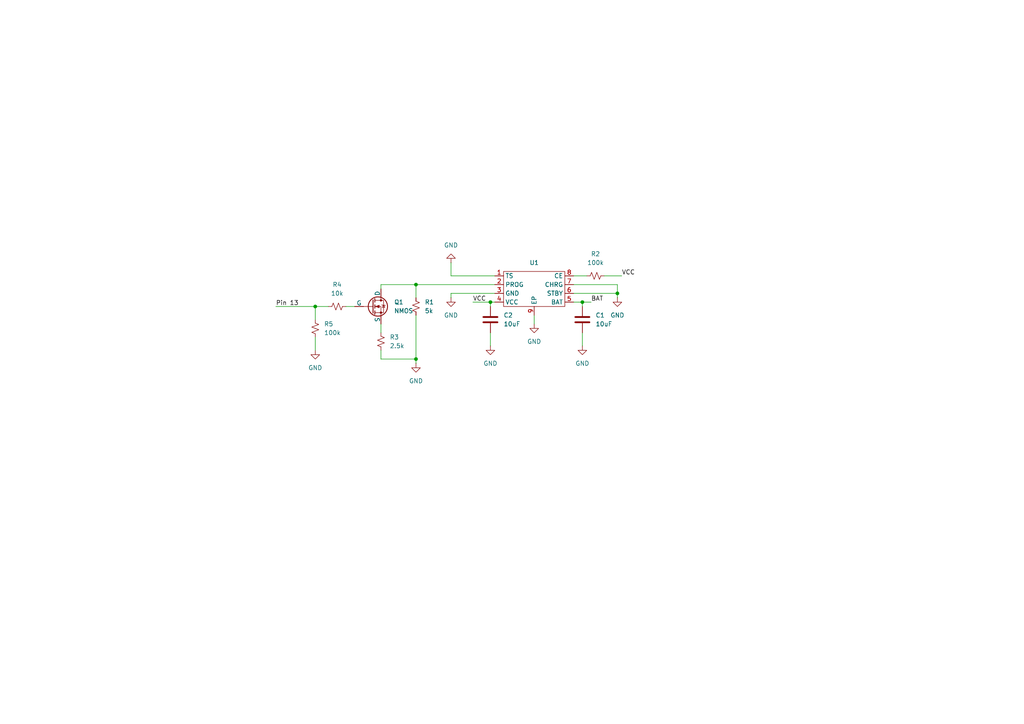
<source format=kicad_sch>
(kicad_sch (version 20231120) (generator "eeschema") (generator_version "8.0")
  (paper "A4")
  (lib_symbols
    (symbol "Custom Symbols:DFN-8-EP(2x2)_Battery_Management_ROHS"
      (property "Reference" "U" (at 0 0 0))
      (symbol "DFN-8-EP(2x2)_Battery_Management_ROHS_0_1"
        (rectangle (start -8.89 -1.27) (end 8.89 -11.43))
      )
      (symbol "DFN-8-EP(2x2)_Battery_Management_ROHS_1_1"
        (pin input line (at -11.43 -2.54 0) (length 2.54) (name "TS") (number "1"))
        (pin input line (at -11.43 -5.08 0) (length 2.54) (name "PROG") (number "2"))
        (pin output line (at -11.43 -7.62 0) (length 2.54) (name "GND") (number "3"))
        (pin power_in line (at -11.43 -10.16 0) (length 2.54) (name "VCC") (number "4"))
        (pin power_out line (at 11.43 -10.16 180) (length 2.54) (name "BAT") (number "5"))
        (pin input line (at 11.43 -7.62 180) (length 2.54) (name "STBY") (number "6"))
        (pin input line (at 11.43 -5.08 180) (length 2.54) (name "CHRG") (number "7"))
        (pin input line (at 11.43 -2.54 180) (length 2.54) (name "CE") (number "8"))
        (pin unspecified line (at 0 -13.97 90) (length 2.54) (name "EP") (number "9"))
      )
    )
    (symbol "Device:C" (pin_numbers hide) (pin_names (offset 0.254))
      (property "Reference" "C" (at 0.635 2.54 0))
      (property "Value" "C" (at 0.635 -2.54 0))
      (symbol "C_0_1"
        (polyline (pts (xy -2.032 -0.762) (xy 2.032 -0.762)) (stroke (width 0.508)))
        (polyline (pts (xy -2.032 0.762) (xy 2.032 0.762)) (stroke (width 0.508)))
      )
      (symbol "C_1_1"
        (pin passive line (at 0 3.81 270) (length 2.794) (name "~") (number "1"))
        (pin passive line (at 0 -3.81 90) (length 2.794) (name "~") (number "2"))
      )
    )
    (symbol "Device:R_Small_US" (pin_numbers hide) (pin_names (offset 0.254) hide)
      (property "Reference" "R" (at 0.762 0.508 0))
      (property "Value" "R_Small_US" (at 0.762 -1.016 0))
      (symbol "R_Small_US_1_1"
        (polyline (pts (xy 0 0) (xy 1.016 -0.381) (xy 0 -0.762) (xy -1.016 -1.143) (xy 0 -1.524)))
        (polyline (pts (xy 0 1.524) (xy 1.016 1.143) (xy 0 0.762) (xy -1.016 0.381) (xy 0 0)))
        (pin passive line (at 0 2.54 270) (length 1.016) (name "~") (number "1"))
        (pin passive line (at 0 -2.54 90) (length 1.016) (name "~") (number "2"))
      )
    )
    (symbol "Simulation_SPICE:NMOS" (pin_numbers hide) (pin_names (offset 0))
      (property "Reference" "Q" (at 5.08 1.27 0))
      (property "Value" "NMOS" (at 5.08 -1.27 0))
      (symbol "NMOS_0_1"
        (polyline (pts (xy 0.254 0) (xy -2.54 0)))
        (polyline (pts (xy 0.254 1.905) (xy 0.254 -1.905)) (stroke (width 0.254)))
        (polyline (pts (xy 0.762 -1.27) (xy 0.762 -2.286)) (stroke (width 0.254)))
        (polyline (pts (xy 0.762 0.508) (xy 0.762 -0.508)) (stroke (width 0.254)))
        (polyline (pts (xy 0.762 2.286) (xy 0.762 1.27)) (stroke (width 0.254)))
        (polyline (pts (xy 2.54 2.54) (xy 2.54 1.778)))
        (polyline (pts (xy 2.54 -2.54) (xy 2.54 0) (xy 0.762 0)))
        (polyline (pts (xy 0.762 -1.778) (xy 3.302 -1.778) (xy 3.302 1.778) (xy 0.762 1.778)))
        (polyline (pts (xy 1.016 0) (xy 2.032 0.381) (xy 2.032 -0.381) (xy 1.016 0)) (fill (type outline)))
        (polyline (pts (xy 2.794 0.508) (xy 2.921 0.381) (xy 3.683 0.381) (xy 3.81 0.254)))
        (polyline (pts (xy 3.302 0.381) (xy 2.921 -0.254) (xy 3.683 -0.254) (xy 3.302 0.381)))
        (circle (center 1.651 0) (radius 2.794) (stroke (width 0.254)))
        (circle (center 2.54 -1.778) (radius 0.254) (fill (type outline)))
        (circle (center 2.54 1.778) (radius 0.254) (fill (type outline)))
      )
      (symbol "NMOS_1_1"
        (pin passive line (at 2.54 5.08 270) (length 2.54) (name "D") (number "1"))
        (pin input line (at -5.08 0 0) (length 2.54) (name "G") (number "2"))
        (pin passive line (at 2.54 -5.08 90) (length 2.54) (name "S") (number "3"))
      )
    )
    (symbol "power:GND" (power) (pin_numbers hide) (pin_names (offset 0) hide)
      (property "Value" "GND" (at 0 -3.81 0))
      (symbol "GND_0_1"
        (polyline (pts (xy 0 0) (xy 0 -1.27) (xy 1.27 -1.27) (xy 0 -2.54) (xy -1.27 -1.27) (xy 0 -1.27)))
      )
      (symbol "GND_1_1"
        (pin power_in line (at 0 0 270) (length 0) (name "~") (number "1"))
      )
    )
  )
  (junction (at 120.65 82.55))
  (junction (at 91.44 88.9))
  (junction (at 120.65 104.14))
  (junction (at 179.07 85.09))
  (junction (at 142.24 87.63))
  (junction (at 168.91 87.63))
  (wire (pts (xy 91.44 88.9) (xy 95.25 88.9)))
  (wire (pts (xy 120.65 82.55) (xy 110.49 82.55)))
  (wire (pts (xy 120.65 82.55) (xy 120.65 86.36)))
  (wire (pts (xy 168.91 87.63) (xy 171.45 87.63)))
  (wire (pts (xy 80.01 88.9) (xy 91.44 88.9)))
  (wire (pts (xy 120.65 91.44) (xy 120.65 104.14)))
  (wire (pts (xy 110.49 104.14) (xy 120.65 104.14)))
  (wire (pts (xy 130.81 76.2) (xy 130.81 80.01)))
  (wire (pts (xy 110.49 96.52) (xy 110.49 93.98)))
  (wire (pts (xy 179.07 85.09) (xy 166.37 85.09)))
  (wire (pts (xy 168.91 96.52) (xy 168.91 100.33)))
  (wire (pts (xy 179.07 86.36) (xy 179.07 85.09)))
  (wire (pts (xy 166.37 87.63) (xy 168.91 87.63)))
  (wire (pts (xy 142.24 87.63) (xy 143.51 87.63)))
  (wire (pts (xy 179.07 82.55) (xy 166.37 82.55)))
  (wire (pts (xy 143.51 80.01) (xy 130.81 80.01)))
  (wire (pts (xy 179.07 85.09) (xy 179.07 82.55)))
  (wire (pts (xy 142.24 96.52) (xy 142.24 100.33)))
  (wire (pts (xy 137.16 87.63) (xy 142.24 87.63)))
  (wire (pts (xy 91.44 97.79) (xy 91.44 101.6)))
  (wire (pts (xy 154.94 91.44) (xy 154.94 93.98)))
  (wire (pts (xy 100.33 88.9) (xy 102.87 88.9)))
  (wire (pts (xy 166.37 80.01) (xy 170.18 80.01)))
  (wire (pts (xy 120.65 82.55) (xy 143.51 82.55)))
  (wire (pts (xy 110.49 101.6) (xy 110.49 104.14)))
  (wire (pts (xy 168.91 87.63) (xy 168.91 88.9)))
  (wire (pts (xy 110.49 82.55) (xy 110.49 83.82)))
  (wire (pts (xy 175.26 80.01) (xy 180.34 80.01)))
  (wire (pts (xy 91.44 88.9) (xy 91.44 92.71)))
  (wire (pts (xy 120.65 104.14) (xy 120.65 105.41)))
  (wire (pts (xy 130.81 86.36) (xy 130.81 85.09)))
  (wire (pts (xy 130.81 85.09) (xy 143.51 85.09)))
  (wire (pts (xy 142.24 87.63) (xy 142.24 88.9)))
  (label "VCC" (at 180.34 80.01 0))
  (label "VCC" (at 137.16 87.63 0))
  (label "BAT" (at 171.45 87.63 0))
  (label "Pin 13" (at 80.01 88.9 0))
  (symbol (lib_id "power:GND") (at 142.24 100.33 0) (unit 1)
    (property "Reference" "#PWR08" (effects (hide yes)))
    (property "Value" "GND" (at 142.24 105.41 0))
    (property "Description" "Power symbol creates a global label with name \"GND\" , ground" (effects (hide yes)))
  )
  (symbol (lib_id "Device:R_Small_US") (at 91.44 95.25 180) (unit 1)
    (property "Reference" "R5" (at 93.98 93.9799 0) (effects (justify right)))
    (property "Value" "100k" (at 93.98 96.5199 0) (effects (justify right)))
    (property "Description" "Resistor, small US symbol" (effects (hide yes)))
  )
  (symbol (lib_id "power:GND") (at 179.07 86.36 0) (unit 1)
    (property "Reference" "#PWR02" (effects (hide yes)))
    (property "Value" "GND" (at 179.07 91.44 0))
    (property "Description" "Power symbol creates a global label with name \"GND\" , ground" (effects (hide yes)))
  )
  (symbol (lib_id "power:GND") (at 91.44 101.6 0) (unit 1)
    (property "Reference" "#PWR07" (effects (hide yes)))
    (property "Value" "GND" (at 91.44 106.68 0))
    (property "Description" "Power symbol creates a global label with name \"GND\" , ground" (effects (hide yes)))
  )
  (symbol (lib_id "Device:R_Small_US") (at 172.72 80.01 90) (unit 1)
    (property "Reference" "R2" (at 172.72 73.66 90))
    (property "Value" "100k" (at 172.72 76.2 90))
    (property "Description" "Resistor, small US symbol" (effects (hide yes)))
  )
  (symbol (lib_id "Simulation_SPICE:NMOS") (at 107.95 88.9 0) (unit 1)
    (property "Reference" "Q1" (at 114.3 87.6299 0) (effects (justify left)))
    (property "Value" "NMOS" (at 114.3 90.1699 0) (effects (justify left)))
    (property "Datasheet" "https://ngspice.sourceforge.io/docs/ngspice-html-manual/manual.xhtml#cha_MOSFETs" (effects (hide yes)))
    (property "Description" "N-MOSFET transistor, drain/source/gate" (effects (hide yes)))
    (property "Sim.Device" "NMOS" (effects (hide yes)))
    (property "Sim.Type" "VDMOS" (effects (hide yes)))
    (property "Sim.Pins" "1=D 2=G 3=S" (effects (hide yes)))
  )
  (symbol (lib_id "Device:R_Small_US") (at 110.49 99.06 0) (unit 1)
    (property "Reference" "R3" (at 113.03 97.7899 0) (effects (justify left)))
    (property "Value" "2.5k" (at 113.03 100.3299 0) (effects (justify left)))
    (property "Description" "Resistor, small US symbol" (effects (hide yes)))
  )
  (symbol (lib_id "Custom Symbols:DFN-8-EP(2x2)_Battery_Management_ROHS") (at 154.94 77.47 0) (unit 1)
    (property "Reference" "U1" (at 154.94 76.2 0))
    (property "Value" "DFN-8-EP(2x2) Battery Management ROHS" (effects (hide yes)))
    (property "Datasheet" "https://jlcpcb.com/api/file/downloadByFileSystemAccessId/8590008838138335232" (effects (hide yes)))
    (property "JLCPCB Part #" "C2974724" (effects (hide yes)))
  )
  (symbol (lib_id "Device:C") (at 168.91 92.71 0) (unit 1)
    (property "Reference" "C1" (at 172.72 91.4399 0) (effects (justify left)))
    (property "Value" "10uF" (at 172.72 93.9799 0) (effects (justify left)))
    (property "Description" "Unpolarized capacitor" (effects (hide yes)))
  )
  (symbol (lib_id "power:GND") (at 154.94 93.98 0) (unit 1)
    (property "Reference" "#PWR03" (effects (hide yes)))
    (property "Value" "GND" (at 154.94 99.06 0))
    (property "Description" "Power symbol creates a global label with name \"GND\" , ground" (effects (hide yes)))
  )
  (symbol (lib_id "Device:R_Small_US") (at 97.79 88.9 90) (unit 1)
    (property "Reference" "R4" (at 97.79 82.55 90))
    (property "Value" "10k" (at 97.79 85.09 90))
    (property "Description" "Resistor, small US symbol" (effects (hide yes)))
  )
  (symbol (lib_id "power:GND") (at 130.81 76.2 180) (unit 1)
    (property "Reference" "#PWR05" (effects (hide yes)))
    (property "Value" "GND" (at 130.81 71.12 0))
    (property "Description" "Power symbol creates a global label with name \"GND\" , ground" (effects (hide yes)))
  )
  (symbol (lib_id "power:GND") (at 130.81 86.36 0) (unit 1)
    (property "Reference" "#PWR01" (effects (hide yes)))
    (property "Value" "GND" (at 130.81 91.44 0))
    (property "Description" "Power symbol creates a global label with name \"GND\" , ground" (effects (hide yes)))
  )
  (symbol (lib_id "power:GND") (at 120.65 105.41 0) (unit 1)
    (property "Reference" "#PWR06" (effects (hide yes)))
    (property "Value" "GND" (at 120.65 110.49 0))
    (property "Description" "Power symbol creates a global label with name \"GND\" , ground" (effects (hide yes)))
  )
  (symbol (lib_id "Device:C") (at 142.24 92.71 0) (unit 1)
    (property "Reference" "C2" (at 146.05 91.4399 0) (effects (justify left)))
    (property "Value" "10uF" (at 146.05 93.9799 0) (effects (justify left)))
    (property "Description" "Unpolarized capacitor" (effects (hide yes)))
  )
  (symbol (lib_id "power:GND") (at 168.91 100.33 0) (unit 1)
    (property "Reference" "#PWR04" (effects (hide yes)))
    (property "Value" "GND" (at 168.91 105.41 0))
    (property "Description" "Power symbol creates a global label with name \"GND\" , ground" (effects (hide yes)))
  )
  (symbol (lib_id "Device:R_Small_US") (at 120.65 88.9 0) (unit 1)
    (property "Reference" "R1" (at 123.19 87.6299 0) (effects (justify left)))
    (property "Value" "5k" (at 123.19 90.1699 0) (effects (justify left)))
    (property "Description" "Resistor, small US symbol" (effects (hide yes)))
  )
)
</source>
